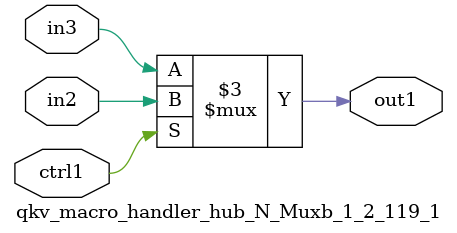
<source format=v>

`timescale 1ps / 1ps


module qkv_macro_handler_hub_N_Muxb_1_2_119_1( in3, in2, ctrl1, out1 );

    input in3;
    input in2;
    input ctrl1;
    output out1;
    reg out1;

    
    // rtl_process:qkv_macro_handler_hub_N_Muxb_1_2_119_1/qkv_macro_handler_hub_N_Muxb_1_2_119_1_thread_1
    always @*
      begin : qkv_macro_handler_hub_N_Muxb_1_2_119_1_thread_1
        case (ctrl1) 
          1'b1: 
            begin
              out1 = in2;
            end
          default: 
            begin
              out1 = in3;
            end
        endcase
      end

endmodule


</source>
